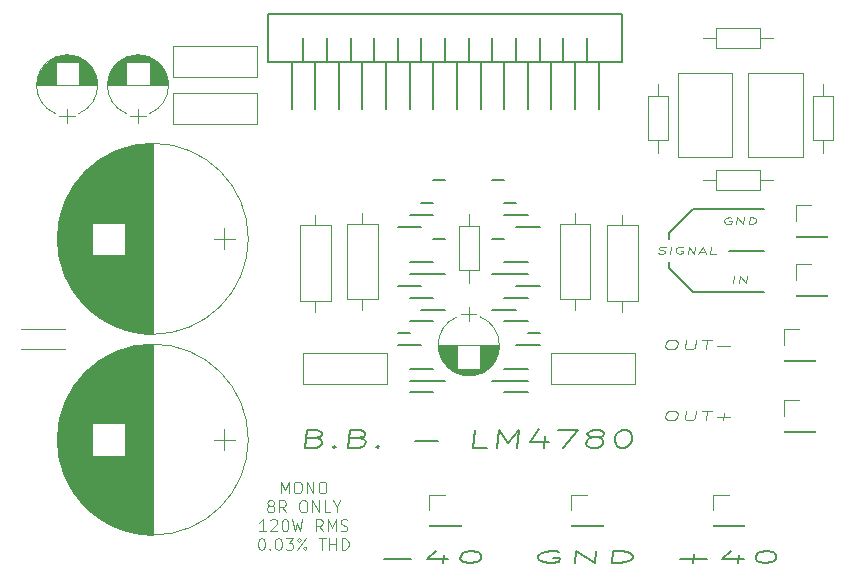
<source format=gto>
G04 #@! TF.FileFunction,Legend,Top*
%FSLAX46Y46*%
G04 Gerber Fmt 4.6, Leading zero omitted, Abs format (unit mm)*
G04 Created by KiCad (PCBNEW 4.0.6) date 07/11/17 15:01:39*
%MOMM*%
%LPD*%
G01*
G04 APERTURE LIST*
%ADD10C,0.100000*%
%ADD11C,0.200000*%
%ADD12C,0.150000*%
%ADD13C,0.120000*%
G04 APERTURE END LIST*
D10*
D11*
X139000000Y-92000000D02*
X142000000Y-92000000D01*
X134000000Y-93500000D02*
X134000000Y-93000000D01*
X136000000Y-95500000D02*
X134000000Y-93500000D01*
X142000000Y-95500000D02*
X136000000Y-95500000D01*
X134000000Y-90500000D02*
X134000000Y-91000000D01*
X136000000Y-88500000D02*
X134000000Y-90500000D01*
X142000000Y-88500000D02*
X136000000Y-88500000D01*
D10*
X133063691Y-92242857D02*
X133202976Y-92271429D01*
X133441072Y-92271429D01*
X133539882Y-92242857D01*
X133591072Y-92214286D01*
X133645834Y-92157143D01*
X133652977Y-92100000D01*
X133612501Y-92042857D01*
X133568453Y-92014286D01*
X133476787Y-91985714D01*
X133289881Y-91957143D01*
X133198215Y-91928571D01*
X133154167Y-91900000D01*
X133113691Y-91842857D01*
X133120834Y-91785714D01*
X133175596Y-91728571D01*
X133226786Y-91700000D01*
X133325595Y-91671429D01*
X133563691Y-91671429D01*
X133702977Y-91700000D01*
X134060119Y-92271429D02*
X134135119Y-91671429D01*
X135131548Y-91700000D02*
X135039881Y-91671429D01*
X134897024Y-91671429D01*
X134750595Y-91700000D01*
X134648214Y-91757143D01*
X134593452Y-91814286D01*
X134531548Y-91928571D01*
X134520833Y-92014286D01*
X134554167Y-92128571D01*
X134594643Y-92185714D01*
X134682738Y-92242857D01*
X134822024Y-92271429D01*
X134917262Y-92271429D01*
X135063691Y-92242857D01*
X135114881Y-92214286D01*
X135139881Y-92014286D01*
X134949405Y-92014286D01*
X135536309Y-92271429D02*
X135611309Y-91671429D01*
X136107738Y-92271429D01*
X136182738Y-91671429D01*
X136557738Y-92100000D02*
X137033929Y-92100000D01*
X136441071Y-92271429D02*
X136849404Y-91671429D01*
X137107738Y-92271429D01*
X137917262Y-92271429D02*
X137441071Y-92271429D01*
X137516071Y-91671429D01*
X101095238Y-112552381D02*
X101095238Y-111552381D01*
X101428572Y-112266667D01*
X101761905Y-111552381D01*
X101761905Y-112552381D01*
X102428571Y-111552381D02*
X102619048Y-111552381D01*
X102714286Y-111600000D01*
X102809524Y-111695238D01*
X102857143Y-111885714D01*
X102857143Y-112219048D01*
X102809524Y-112409524D01*
X102714286Y-112504762D01*
X102619048Y-112552381D01*
X102428571Y-112552381D01*
X102333333Y-112504762D01*
X102238095Y-112409524D01*
X102190476Y-112219048D01*
X102190476Y-111885714D01*
X102238095Y-111695238D01*
X102333333Y-111600000D01*
X102428571Y-111552381D01*
X103285714Y-112552381D02*
X103285714Y-111552381D01*
X103857143Y-112552381D01*
X103857143Y-111552381D01*
X104523809Y-111552381D02*
X104714286Y-111552381D01*
X104809524Y-111600000D01*
X104904762Y-111695238D01*
X104952381Y-111885714D01*
X104952381Y-112219048D01*
X104904762Y-112409524D01*
X104809524Y-112504762D01*
X104714286Y-112552381D01*
X104523809Y-112552381D01*
X104428571Y-112504762D01*
X104333333Y-112409524D01*
X104285714Y-112219048D01*
X104285714Y-111885714D01*
X104333333Y-111695238D01*
X104428571Y-111600000D01*
X104523809Y-111552381D01*
X100142857Y-113580952D02*
X100047619Y-113533333D01*
X100000000Y-113485714D01*
X99952381Y-113390476D01*
X99952381Y-113342857D01*
X100000000Y-113247619D01*
X100047619Y-113200000D01*
X100142857Y-113152381D01*
X100333334Y-113152381D01*
X100428572Y-113200000D01*
X100476191Y-113247619D01*
X100523810Y-113342857D01*
X100523810Y-113390476D01*
X100476191Y-113485714D01*
X100428572Y-113533333D01*
X100333334Y-113580952D01*
X100142857Y-113580952D01*
X100047619Y-113628571D01*
X100000000Y-113676190D01*
X99952381Y-113771429D01*
X99952381Y-113961905D01*
X100000000Y-114057143D01*
X100047619Y-114104762D01*
X100142857Y-114152381D01*
X100333334Y-114152381D01*
X100428572Y-114104762D01*
X100476191Y-114057143D01*
X100523810Y-113961905D01*
X100523810Y-113771429D01*
X100476191Y-113676190D01*
X100428572Y-113628571D01*
X100333334Y-113580952D01*
X101523810Y-114152381D02*
X101190476Y-113676190D01*
X100952381Y-114152381D02*
X100952381Y-113152381D01*
X101333334Y-113152381D01*
X101428572Y-113200000D01*
X101476191Y-113247619D01*
X101523810Y-113342857D01*
X101523810Y-113485714D01*
X101476191Y-113580952D01*
X101428572Y-113628571D01*
X101333334Y-113676190D01*
X100952381Y-113676190D01*
X102904762Y-113152381D02*
X103095239Y-113152381D01*
X103190477Y-113200000D01*
X103285715Y-113295238D01*
X103333334Y-113485714D01*
X103333334Y-113819048D01*
X103285715Y-114009524D01*
X103190477Y-114104762D01*
X103095239Y-114152381D01*
X102904762Y-114152381D01*
X102809524Y-114104762D01*
X102714286Y-114009524D01*
X102666667Y-113819048D01*
X102666667Y-113485714D01*
X102714286Y-113295238D01*
X102809524Y-113200000D01*
X102904762Y-113152381D01*
X103761905Y-114152381D02*
X103761905Y-113152381D01*
X104333334Y-114152381D01*
X104333334Y-113152381D01*
X105285715Y-114152381D02*
X104809524Y-114152381D01*
X104809524Y-113152381D01*
X105809524Y-113676190D02*
X105809524Y-114152381D01*
X105476191Y-113152381D02*
X105809524Y-113676190D01*
X106142858Y-113152381D01*
X99833334Y-115752381D02*
X99261905Y-115752381D01*
X99547619Y-115752381D02*
X99547619Y-114752381D01*
X99452381Y-114895238D01*
X99357143Y-114990476D01*
X99261905Y-115038095D01*
X100214286Y-114847619D02*
X100261905Y-114800000D01*
X100357143Y-114752381D01*
X100595239Y-114752381D01*
X100690477Y-114800000D01*
X100738096Y-114847619D01*
X100785715Y-114942857D01*
X100785715Y-115038095D01*
X100738096Y-115180952D01*
X100166667Y-115752381D01*
X100785715Y-115752381D01*
X101404762Y-114752381D02*
X101500001Y-114752381D01*
X101595239Y-114800000D01*
X101642858Y-114847619D01*
X101690477Y-114942857D01*
X101738096Y-115133333D01*
X101738096Y-115371429D01*
X101690477Y-115561905D01*
X101642858Y-115657143D01*
X101595239Y-115704762D01*
X101500001Y-115752381D01*
X101404762Y-115752381D01*
X101309524Y-115704762D01*
X101261905Y-115657143D01*
X101214286Y-115561905D01*
X101166667Y-115371429D01*
X101166667Y-115133333D01*
X101214286Y-114942857D01*
X101261905Y-114847619D01*
X101309524Y-114800000D01*
X101404762Y-114752381D01*
X102071429Y-114752381D02*
X102309524Y-115752381D01*
X102500001Y-115038095D01*
X102690477Y-115752381D01*
X102928572Y-114752381D01*
X104642858Y-115752381D02*
X104309524Y-115276190D01*
X104071429Y-115752381D02*
X104071429Y-114752381D01*
X104452382Y-114752381D01*
X104547620Y-114800000D01*
X104595239Y-114847619D01*
X104642858Y-114942857D01*
X104642858Y-115085714D01*
X104595239Y-115180952D01*
X104547620Y-115228571D01*
X104452382Y-115276190D01*
X104071429Y-115276190D01*
X105071429Y-115752381D02*
X105071429Y-114752381D01*
X105404763Y-115466667D01*
X105738096Y-114752381D01*
X105738096Y-115752381D01*
X106166667Y-115704762D02*
X106309524Y-115752381D01*
X106547620Y-115752381D01*
X106642858Y-115704762D01*
X106690477Y-115657143D01*
X106738096Y-115561905D01*
X106738096Y-115466667D01*
X106690477Y-115371429D01*
X106642858Y-115323810D01*
X106547620Y-115276190D01*
X106357143Y-115228571D01*
X106261905Y-115180952D01*
X106214286Y-115133333D01*
X106166667Y-115038095D01*
X106166667Y-114942857D01*
X106214286Y-114847619D01*
X106261905Y-114800000D01*
X106357143Y-114752381D01*
X106595239Y-114752381D01*
X106738096Y-114800000D01*
X99404762Y-116352381D02*
X99500001Y-116352381D01*
X99595239Y-116400000D01*
X99642858Y-116447619D01*
X99690477Y-116542857D01*
X99738096Y-116733333D01*
X99738096Y-116971429D01*
X99690477Y-117161905D01*
X99642858Y-117257143D01*
X99595239Y-117304762D01*
X99500001Y-117352381D01*
X99404762Y-117352381D01*
X99309524Y-117304762D01*
X99261905Y-117257143D01*
X99214286Y-117161905D01*
X99166667Y-116971429D01*
X99166667Y-116733333D01*
X99214286Y-116542857D01*
X99261905Y-116447619D01*
X99309524Y-116400000D01*
X99404762Y-116352381D01*
X100166667Y-117257143D02*
X100214286Y-117304762D01*
X100166667Y-117352381D01*
X100119048Y-117304762D01*
X100166667Y-117257143D01*
X100166667Y-117352381D01*
X100833333Y-116352381D02*
X100928572Y-116352381D01*
X101023810Y-116400000D01*
X101071429Y-116447619D01*
X101119048Y-116542857D01*
X101166667Y-116733333D01*
X101166667Y-116971429D01*
X101119048Y-117161905D01*
X101071429Y-117257143D01*
X101023810Y-117304762D01*
X100928572Y-117352381D01*
X100833333Y-117352381D01*
X100738095Y-117304762D01*
X100690476Y-117257143D01*
X100642857Y-117161905D01*
X100595238Y-116971429D01*
X100595238Y-116733333D01*
X100642857Y-116542857D01*
X100690476Y-116447619D01*
X100738095Y-116400000D01*
X100833333Y-116352381D01*
X101500000Y-116352381D02*
X102119048Y-116352381D01*
X101785714Y-116733333D01*
X101928572Y-116733333D01*
X102023810Y-116780952D01*
X102071429Y-116828571D01*
X102119048Y-116923810D01*
X102119048Y-117161905D01*
X102071429Y-117257143D01*
X102023810Y-117304762D01*
X101928572Y-117352381D01*
X101642857Y-117352381D01*
X101547619Y-117304762D01*
X101500000Y-117257143D01*
X102500000Y-117352381D02*
X103261905Y-116352381D01*
X102642857Y-116352381D02*
X102738095Y-116400000D01*
X102785714Y-116495238D01*
X102738095Y-116590476D01*
X102642857Y-116638095D01*
X102547619Y-116590476D01*
X102500000Y-116495238D01*
X102547619Y-116400000D01*
X102642857Y-116352381D01*
X103214286Y-117304762D02*
X103261905Y-117209524D01*
X103214286Y-117114286D01*
X103119048Y-117066667D01*
X103023810Y-117114286D01*
X102976191Y-117209524D01*
X103023810Y-117304762D01*
X103119048Y-117352381D01*
X103214286Y-117304762D01*
X104309524Y-116352381D02*
X104880953Y-116352381D01*
X104595238Y-117352381D02*
X104595238Y-116352381D01*
X105214286Y-117352381D02*
X105214286Y-116352381D01*
X105214286Y-116828571D02*
X105785715Y-116828571D01*
X105785715Y-117352381D02*
X105785715Y-116352381D01*
X106261905Y-117352381D02*
X106261905Y-116352381D01*
X106500000Y-116352381D01*
X106642858Y-116400000D01*
X106738096Y-116495238D01*
X106785715Y-116590476D01*
X106833334Y-116780952D01*
X106833334Y-116923810D01*
X106785715Y-117114286D01*
X106738096Y-117209524D01*
X106642858Y-117304762D01*
X106500000Y-117352381D01*
X106261905Y-117352381D01*
D11*
X124651786Y-117500000D02*
X124372024Y-117452381D01*
X123943453Y-117452381D01*
X123508929Y-117500000D01*
X123211310Y-117595238D01*
X123056549Y-117690476D01*
X122889882Y-117880952D01*
X122872025Y-118023810D01*
X122991072Y-118214286D01*
X123122025Y-118309524D01*
X123395834Y-118404762D01*
X123818453Y-118452381D01*
X124104167Y-118452381D01*
X124538691Y-118404762D01*
X124687500Y-118357143D01*
X124729167Y-118023810D01*
X124157739Y-118023810D01*
X125961310Y-118452381D02*
X126086310Y-117452381D01*
X127675595Y-118452381D01*
X127800595Y-117452381D01*
X129104167Y-118452381D02*
X129229167Y-117452381D01*
X129943452Y-117452381D01*
X130366072Y-117500000D01*
X130639881Y-117595238D01*
X130770834Y-117690476D01*
X130889881Y-117880952D01*
X130872024Y-118023810D01*
X130705357Y-118214286D01*
X130550596Y-118309524D01*
X130252977Y-118404762D01*
X129818452Y-118452381D01*
X129104167Y-118452381D01*
X134866071Y-118071429D02*
X137151785Y-118071429D01*
X135961309Y-118452381D02*
X136056548Y-117690476D01*
X139901786Y-117785714D02*
X139818452Y-118452381D01*
X139235119Y-117404762D02*
X138431548Y-118119048D01*
X140288690Y-118119048D01*
X142086309Y-117452381D02*
X142372024Y-117452381D01*
X142651786Y-117500000D01*
X142788691Y-117547619D01*
X142919643Y-117642857D01*
X143038690Y-117833333D01*
X143008928Y-118071429D01*
X142842262Y-118261905D01*
X142687500Y-118357143D01*
X142538691Y-118404762D01*
X142247024Y-118452381D01*
X141961309Y-118452381D01*
X141681548Y-118404762D01*
X141544643Y-118357143D01*
X141413691Y-118261905D01*
X141294643Y-118071429D01*
X141324405Y-117833333D01*
X141491072Y-117642857D01*
X141645834Y-117547619D01*
X141794643Y-117500000D01*
X142086309Y-117452381D01*
X109866071Y-118071429D02*
X112151785Y-118071429D01*
X114901786Y-117785714D02*
X114818452Y-118452381D01*
X114235119Y-117404762D02*
X113431548Y-118119048D01*
X115288690Y-118119048D01*
X117086309Y-117452381D02*
X117372024Y-117452381D01*
X117651786Y-117500000D01*
X117788691Y-117547619D01*
X117919643Y-117642857D01*
X118038690Y-117833333D01*
X118008928Y-118071429D01*
X117842262Y-118261905D01*
X117687500Y-118357143D01*
X117538691Y-118404762D01*
X117247024Y-118452381D01*
X116961309Y-118452381D01*
X116681548Y-118404762D01*
X116544643Y-118357143D01*
X116413691Y-118261905D01*
X116294643Y-118071429D01*
X116324405Y-117833333D01*
X116491072Y-117642857D01*
X116645834Y-117547619D01*
X116794643Y-117500000D01*
X117086309Y-117452381D01*
D12*
X104034227Y-107892857D02*
X104382441Y-107964286D01*
X104492561Y-108035714D01*
X104593752Y-108178571D01*
X104566966Y-108392857D01*
X104430061Y-108535714D01*
X104302084Y-108607143D01*
X104055061Y-108678571D01*
X103102680Y-108678571D01*
X103290180Y-107178571D01*
X104123513Y-107178571D01*
X104352680Y-107250000D01*
X104462798Y-107321429D01*
X104563989Y-107464286D01*
X104546132Y-107607143D01*
X104409227Y-107750000D01*
X104281251Y-107821429D01*
X104034227Y-107892857D01*
X103200894Y-107892857D01*
X105620537Y-108535714D02*
X105730656Y-108607143D01*
X105602680Y-108678571D01*
X105492560Y-108607143D01*
X105620537Y-108535714D01*
X105602680Y-108678571D01*
X107724703Y-107892857D02*
X108072917Y-107964286D01*
X108183037Y-108035714D01*
X108284228Y-108178571D01*
X108257442Y-108392857D01*
X108120537Y-108535714D01*
X107992560Y-108607143D01*
X107745537Y-108678571D01*
X106793156Y-108678571D01*
X106980656Y-107178571D01*
X107813989Y-107178571D01*
X108043156Y-107250000D01*
X108153274Y-107321429D01*
X108254465Y-107464286D01*
X108236608Y-107607143D01*
X108099703Y-107750000D01*
X107971727Y-107821429D01*
X107724703Y-107892857D01*
X106891370Y-107892857D01*
X109311013Y-108535714D02*
X109421132Y-108607143D01*
X109293156Y-108678571D01*
X109183036Y-108607143D01*
X109311013Y-108535714D01*
X109293156Y-108678571D01*
X112459822Y-108107143D02*
X114364584Y-108107143D01*
X118578870Y-108678571D02*
X117388394Y-108678571D01*
X117575894Y-107178571D01*
X119412204Y-108678571D02*
X119599704Y-107178571D01*
X120299108Y-108250000D01*
X121266371Y-107178571D01*
X121078871Y-108678571D01*
X123465776Y-107678571D02*
X123340776Y-108678571D01*
X122941966Y-107107143D02*
X122212799Y-108178571D01*
X123760419Y-108178571D01*
X124599704Y-107178571D02*
X126266371Y-107178571D01*
X125007442Y-108678571D01*
X127495536Y-107821429D02*
X127266370Y-107750000D01*
X127156251Y-107678571D01*
X127055060Y-107535714D01*
X127063988Y-107464286D01*
X127200893Y-107321429D01*
X127328870Y-107250000D01*
X127575894Y-107178571D01*
X128052084Y-107178571D01*
X128281251Y-107250000D01*
X128391369Y-107321429D01*
X128492560Y-107464286D01*
X128483632Y-107535714D01*
X128346727Y-107678571D01*
X128218751Y-107750000D01*
X127971726Y-107821429D01*
X127495536Y-107821429D01*
X127248513Y-107892857D01*
X127120536Y-107964286D01*
X126983631Y-108107143D01*
X126947917Y-108392857D01*
X127049108Y-108535714D01*
X127159227Y-108607143D01*
X127388394Y-108678571D01*
X127864584Y-108678571D01*
X128111608Y-108607143D01*
X128239584Y-108535714D01*
X128376489Y-108392857D01*
X128412203Y-108107143D01*
X128311012Y-107964286D01*
X128200894Y-107892857D01*
X127971726Y-107821429D01*
X130075894Y-107178571D02*
X130313989Y-107178571D01*
X130543155Y-107250000D01*
X130653274Y-107321429D01*
X130754464Y-107464286D01*
X130837798Y-107750000D01*
X130793155Y-108107143D01*
X130638393Y-108392857D01*
X130501489Y-108535714D01*
X130373512Y-108607143D01*
X130126489Y-108678571D01*
X129888394Y-108678571D01*
X129659226Y-108607143D01*
X129549108Y-108535714D01*
X129447917Y-108392857D01*
X129364583Y-108107143D01*
X129409226Y-107750000D01*
X129563988Y-107464286D01*
X129700893Y-107321429D01*
X129828869Y-107250000D01*
X130075894Y-107178571D01*
D11*
X120000000Y-104000000D02*
X122000000Y-104000000D01*
X119000000Y-103000000D02*
X122000000Y-103000000D01*
X120000000Y-102000000D02*
X122000000Y-102000000D01*
X121000000Y-100000000D02*
X123000000Y-100000000D01*
X122000000Y-99000000D02*
X123000000Y-99000000D01*
X120000000Y-98000000D02*
X122000000Y-98000000D01*
X121000000Y-97000000D02*
X119000000Y-97000000D01*
X120000000Y-96000000D02*
X122000000Y-96000000D01*
X121000000Y-95000000D02*
X123000000Y-95000000D01*
X119000000Y-94000000D02*
X122000000Y-94000000D01*
X120000000Y-93000000D02*
X122000000Y-93000000D01*
X119000000Y-91000000D02*
X120000000Y-91000000D01*
X121000000Y-90000000D02*
X123000000Y-90000000D01*
X120000000Y-89000000D02*
X122000000Y-89000000D01*
X120000000Y-88000000D02*
X121000000Y-88000000D01*
X119000000Y-86000000D02*
X120000000Y-86000000D01*
X114000000Y-86000000D02*
X115000000Y-86000000D01*
X113000000Y-88000000D02*
X114000000Y-88000000D01*
X112000000Y-89000000D02*
X114000000Y-89000000D01*
X111000000Y-90000000D02*
X113000000Y-90000000D01*
X114000000Y-91000000D02*
X115000000Y-91000000D01*
X112000000Y-93000000D02*
X114000000Y-93000000D01*
X112000000Y-94000000D02*
X115000000Y-94000000D01*
X111000000Y-95000000D02*
X113000000Y-95000000D01*
X114000000Y-96000000D02*
X112000000Y-96000000D01*
X113000000Y-97000000D02*
X115000000Y-97000000D01*
X112000000Y-98000000D02*
X114000000Y-98000000D01*
X111000000Y-99000000D02*
X112000000Y-99000000D01*
X111000000Y-100000000D02*
X113000000Y-100000000D01*
X114000000Y-102000000D02*
X112000000Y-102000000D01*
X112000000Y-103000000D02*
X115000000Y-103000000D01*
X112000000Y-104000000D02*
X114000000Y-104000000D01*
D13*
X144670000Y-95770000D02*
X144670000Y-95830000D01*
X144670000Y-95830000D02*
X147330000Y-95830000D01*
X147330000Y-95830000D02*
X147330000Y-95770000D01*
X147330000Y-95770000D02*
X144670000Y-95770000D01*
X144670000Y-94500000D02*
X144670000Y-93170000D01*
X144670000Y-93170000D02*
X146000000Y-93170000D01*
X119550000Y-100000000D02*
X114450000Y-100000000D01*
X119550000Y-100040000D02*
X117980000Y-100040000D01*
X116020000Y-100040000D02*
X114450000Y-100040000D01*
X119549000Y-100080000D02*
X117980000Y-100080000D01*
X116020000Y-100080000D02*
X114451000Y-100080000D01*
X119548000Y-100120000D02*
X117980000Y-100120000D01*
X116020000Y-100120000D02*
X114452000Y-100120000D01*
X119546000Y-100160000D02*
X117980000Y-100160000D01*
X116020000Y-100160000D02*
X114454000Y-100160000D01*
X119543000Y-100200000D02*
X117980000Y-100200000D01*
X116020000Y-100200000D02*
X114457000Y-100200000D01*
X119539000Y-100240000D02*
X117980000Y-100240000D01*
X116020000Y-100240000D02*
X114461000Y-100240000D01*
X119535000Y-100280000D02*
X117980000Y-100280000D01*
X116020000Y-100280000D02*
X114465000Y-100280000D01*
X119531000Y-100320000D02*
X117980000Y-100320000D01*
X116020000Y-100320000D02*
X114469000Y-100320000D01*
X119525000Y-100360000D02*
X117980000Y-100360000D01*
X116020000Y-100360000D02*
X114475000Y-100360000D01*
X119519000Y-100400000D02*
X117980000Y-100400000D01*
X116020000Y-100400000D02*
X114481000Y-100400000D01*
X119513000Y-100440000D02*
X117980000Y-100440000D01*
X116020000Y-100440000D02*
X114487000Y-100440000D01*
X119506000Y-100480000D02*
X117980000Y-100480000D01*
X116020000Y-100480000D02*
X114494000Y-100480000D01*
X119498000Y-100520000D02*
X117980000Y-100520000D01*
X116020000Y-100520000D02*
X114502000Y-100520000D01*
X119489000Y-100560000D02*
X117980000Y-100560000D01*
X116020000Y-100560000D02*
X114511000Y-100560000D01*
X119480000Y-100600000D02*
X117980000Y-100600000D01*
X116020000Y-100600000D02*
X114520000Y-100600000D01*
X119470000Y-100640000D02*
X117980000Y-100640000D01*
X116020000Y-100640000D02*
X114530000Y-100640000D01*
X119460000Y-100680000D02*
X117980000Y-100680000D01*
X116020000Y-100680000D02*
X114540000Y-100680000D01*
X119448000Y-100721000D02*
X117980000Y-100721000D01*
X116020000Y-100721000D02*
X114552000Y-100721000D01*
X119436000Y-100761000D02*
X117980000Y-100761000D01*
X116020000Y-100761000D02*
X114564000Y-100761000D01*
X119424000Y-100801000D02*
X117980000Y-100801000D01*
X116020000Y-100801000D02*
X114576000Y-100801000D01*
X119410000Y-100841000D02*
X117980000Y-100841000D01*
X116020000Y-100841000D02*
X114590000Y-100841000D01*
X119396000Y-100881000D02*
X117980000Y-100881000D01*
X116020000Y-100881000D02*
X114604000Y-100881000D01*
X119382000Y-100921000D02*
X117980000Y-100921000D01*
X116020000Y-100921000D02*
X114618000Y-100921000D01*
X119366000Y-100961000D02*
X117980000Y-100961000D01*
X116020000Y-100961000D02*
X114634000Y-100961000D01*
X119350000Y-101001000D02*
X117980000Y-101001000D01*
X116020000Y-101001000D02*
X114650000Y-101001000D01*
X119333000Y-101041000D02*
X117980000Y-101041000D01*
X116020000Y-101041000D02*
X114667000Y-101041000D01*
X119315000Y-101081000D02*
X117980000Y-101081000D01*
X116020000Y-101081000D02*
X114685000Y-101081000D01*
X119296000Y-101121000D02*
X117980000Y-101121000D01*
X116020000Y-101121000D02*
X114704000Y-101121000D01*
X119276000Y-101161000D02*
X117980000Y-101161000D01*
X116020000Y-101161000D02*
X114724000Y-101161000D01*
X119256000Y-101201000D02*
X117980000Y-101201000D01*
X116020000Y-101201000D02*
X114744000Y-101201000D01*
X119234000Y-101241000D02*
X117980000Y-101241000D01*
X116020000Y-101241000D02*
X114766000Y-101241000D01*
X119212000Y-101281000D02*
X117980000Y-101281000D01*
X116020000Y-101281000D02*
X114788000Y-101281000D01*
X119189000Y-101321000D02*
X117980000Y-101321000D01*
X116020000Y-101321000D02*
X114811000Y-101321000D01*
X119165000Y-101361000D02*
X117980000Y-101361000D01*
X116020000Y-101361000D02*
X114835000Y-101361000D01*
X119140000Y-101401000D02*
X117980000Y-101401000D01*
X116020000Y-101401000D02*
X114860000Y-101401000D01*
X119113000Y-101441000D02*
X117980000Y-101441000D01*
X116020000Y-101441000D02*
X114887000Y-101441000D01*
X119086000Y-101481000D02*
X117980000Y-101481000D01*
X116020000Y-101481000D02*
X114914000Y-101481000D01*
X119058000Y-101521000D02*
X117980000Y-101521000D01*
X116020000Y-101521000D02*
X114942000Y-101521000D01*
X119028000Y-101561000D02*
X117980000Y-101561000D01*
X116020000Y-101561000D02*
X114972000Y-101561000D01*
X118997000Y-101601000D02*
X117980000Y-101601000D01*
X116020000Y-101601000D02*
X115003000Y-101601000D01*
X118965000Y-101641000D02*
X117980000Y-101641000D01*
X116020000Y-101641000D02*
X115035000Y-101641000D01*
X118932000Y-101681000D02*
X117980000Y-101681000D01*
X116020000Y-101681000D02*
X115068000Y-101681000D01*
X118897000Y-101721000D02*
X117980000Y-101721000D01*
X116020000Y-101721000D02*
X115103000Y-101721000D01*
X118861000Y-101761000D02*
X117980000Y-101761000D01*
X116020000Y-101761000D02*
X115139000Y-101761000D01*
X118823000Y-101801000D02*
X117980000Y-101801000D01*
X116020000Y-101801000D02*
X115177000Y-101801000D01*
X118783000Y-101841000D02*
X117980000Y-101841000D01*
X116020000Y-101841000D02*
X115217000Y-101841000D01*
X118742000Y-101881000D02*
X117980000Y-101881000D01*
X116020000Y-101881000D02*
X115258000Y-101881000D01*
X118699000Y-101921000D02*
X117980000Y-101921000D01*
X116020000Y-101921000D02*
X115301000Y-101921000D01*
X118654000Y-101961000D02*
X117980000Y-101961000D01*
X116020000Y-101961000D02*
X115346000Y-101961000D01*
X118606000Y-102001000D02*
X115394000Y-102001000D01*
X118556000Y-102041000D02*
X115444000Y-102041000D01*
X118504000Y-102081000D02*
X115496000Y-102081000D01*
X118448000Y-102121000D02*
X115552000Y-102121000D01*
X118390000Y-102161000D02*
X115610000Y-102161000D01*
X118327000Y-102201000D02*
X115673000Y-102201000D01*
X118261000Y-102241000D02*
X115739000Y-102241000D01*
X118189000Y-102281000D02*
X115811000Y-102281000D01*
X118112000Y-102321000D02*
X115888000Y-102321000D01*
X118028000Y-102361000D02*
X115972000Y-102361000D01*
X117934000Y-102401000D02*
X116066000Y-102401000D01*
X117829000Y-102441000D02*
X116171000Y-102441000D01*
X117707000Y-102481000D02*
X116293000Y-102481000D01*
X117559000Y-102521000D02*
X116441000Y-102521000D01*
X117354000Y-102561000D02*
X116646000Y-102561000D01*
X117000000Y-96800000D02*
X117000000Y-98000000D01*
X117650000Y-97400000D02*
X116350000Y-97400000D01*
X117981400Y-102396863D02*
G75*
G03X117980000Y-97602564I-981400J2396863D01*
G01*
X116018600Y-102396863D02*
G75*
G02X116020000Y-97602564I981400J2396863D01*
G01*
X116018600Y-102396863D02*
G75*
G03X117980000Y-102397436I981400J2396863D01*
G01*
X134690000Y-84060000D02*
X134690000Y-76940000D01*
X139310000Y-84060000D02*
X139310000Y-76940000D01*
X134690000Y-84060000D02*
X139310000Y-84060000D01*
X134690000Y-76940000D02*
X139310000Y-76940000D01*
X145310000Y-76940000D02*
X145310000Y-84060000D01*
X140690000Y-76940000D02*
X140690000Y-84060000D01*
X145310000Y-76940000D02*
X140690000Y-76940000D01*
X145310000Y-84060000D02*
X140690000Y-84060000D01*
X99060000Y-81310000D02*
X91940000Y-81310000D01*
X99060000Y-78690000D02*
X91940000Y-78690000D01*
X99060000Y-81310000D02*
X99060000Y-78690000D01*
X91940000Y-81310000D02*
X91940000Y-78690000D01*
X99060000Y-77310000D02*
X91940000Y-77310000D01*
X99060000Y-74690000D02*
X91940000Y-74690000D01*
X99060000Y-77310000D02*
X99060000Y-74690000D01*
X91940000Y-77310000D02*
X91940000Y-74690000D01*
X86450000Y-78000000D02*
X91550000Y-78000000D01*
X86450000Y-77960000D02*
X88020000Y-77960000D01*
X89980000Y-77960000D02*
X91550000Y-77960000D01*
X86451000Y-77920000D02*
X88020000Y-77920000D01*
X89980000Y-77920000D02*
X91549000Y-77920000D01*
X86452000Y-77880000D02*
X88020000Y-77880000D01*
X89980000Y-77880000D02*
X91548000Y-77880000D01*
X86454000Y-77840000D02*
X88020000Y-77840000D01*
X89980000Y-77840000D02*
X91546000Y-77840000D01*
X86457000Y-77800000D02*
X88020000Y-77800000D01*
X89980000Y-77800000D02*
X91543000Y-77800000D01*
X86461000Y-77760000D02*
X88020000Y-77760000D01*
X89980000Y-77760000D02*
X91539000Y-77760000D01*
X86465000Y-77720000D02*
X88020000Y-77720000D01*
X89980000Y-77720000D02*
X91535000Y-77720000D01*
X86469000Y-77680000D02*
X88020000Y-77680000D01*
X89980000Y-77680000D02*
X91531000Y-77680000D01*
X86475000Y-77640000D02*
X88020000Y-77640000D01*
X89980000Y-77640000D02*
X91525000Y-77640000D01*
X86481000Y-77600000D02*
X88020000Y-77600000D01*
X89980000Y-77600000D02*
X91519000Y-77600000D01*
X86487000Y-77560000D02*
X88020000Y-77560000D01*
X89980000Y-77560000D02*
X91513000Y-77560000D01*
X86494000Y-77520000D02*
X88020000Y-77520000D01*
X89980000Y-77520000D02*
X91506000Y-77520000D01*
X86502000Y-77480000D02*
X88020000Y-77480000D01*
X89980000Y-77480000D02*
X91498000Y-77480000D01*
X86511000Y-77440000D02*
X88020000Y-77440000D01*
X89980000Y-77440000D02*
X91489000Y-77440000D01*
X86520000Y-77400000D02*
X88020000Y-77400000D01*
X89980000Y-77400000D02*
X91480000Y-77400000D01*
X86530000Y-77360000D02*
X88020000Y-77360000D01*
X89980000Y-77360000D02*
X91470000Y-77360000D01*
X86540000Y-77320000D02*
X88020000Y-77320000D01*
X89980000Y-77320000D02*
X91460000Y-77320000D01*
X86552000Y-77279000D02*
X88020000Y-77279000D01*
X89980000Y-77279000D02*
X91448000Y-77279000D01*
X86564000Y-77239000D02*
X88020000Y-77239000D01*
X89980000Y-77239000D02*
X91436000Y-77239000D01*
X86576000Y-77199000D02*
X88020000Y-77199000D01*
X89980000Y-77199000D02*
X91424000Y-77199000D01*
X86590000Y-77159000D02*
X88020000Y-77159000D01*
X89980000Y-77159000D02*
X91410000Y-77159000D01*
X86604000Y-77119000D02*
X88020000Y-77119000D01*
X89980000Y-77119000D02*
X91396000Y-77119000D01*
X86618000Y-77079000D02*
X88020000Y-77079000D01*
X89980000Y-77079000D02*
X91382000Y-77079000D01*
X86634000Y-77039000D02*
X88020000Y-77039000D01*
X89980000Y-77039000D02*
X91366000Y-77039000D01*
X86650000Y-76999000D02*
X88020000Y-76999000D01*
X89980000Y-76999000D02*
X91350000Y-76999000D01*
X86667000Y-76959000D02*
X88020000Y-76959000D01*
X89980000Y-76959000D02*
X91333000Y-76959000D01*
X86685000Y-76919000D02*
X88020000Y-76919000D01*
X89980000Y-76919000D02*
X91315000Y-76919000D01*
X86704000Y-76879000D02*
X88020000Y-76879000D01*
X89980000Y-76879000D02*
X91296000Y-76879000D01*
X86724000Y-76839000D02*
X88020000Y-76839000D01*
X89980000Y-76839000D02*
X91276000Y-76839000D01*
X86744000Y-76799000D02*
X88020000Y-76799000D01*
X89980000Y-76799000D02*
X91256000Y-76799000D01*
X86766000Y-76759000D02*
X88020000Y-76759000D01*
X89980000Y-76759000D02*
X91234000Y-76759000D01*
X86788000Y-76719000D02*
X88020000Y-76719000D01*
X89980000Y-76719000D02*
X91212000Y-76719000D01*
X86811000Y-76679000D02*
X88020000Y-76679000D01*
X89980000Y-76679000D02*
X91189000Y-76679000D01*
X86835000Y-76639000D02*
X88020000Y-76639000D01*
X89980000Y-76639000D02*
X91165000Y-76639000D01*
X86860000Y-76599000D02*
X88020000Y-76599000D01*
X89980000Y-76599000D02*
X91140000Y-76599000D01*
X86887000Y-76559000D02*
X88020000Y-76559000D01*
X89980000Y-76559000D02*
X91113000Y-76559000D01*
X86914000Y-76519000D02*
X88020000Y-76519000D01*
X89980000Y-76519000D02*
X91086000Y-76519000D01*
X86942000Y-76479000D02*
X88020000Y-76479000D01*
X89980000Y-76479000D02*
X91058000Y-76479000D01*
X86972000Y-76439000D02*
X88020000Y-76439000D01*
X89980000Y-76439000D02*
X91028000Y-76439000D01*
X87003000Y-76399000D02*
X88020000Y-76399000D01*
X89980000Y-76399000D02*
X90997000Y-76399000D01*
X87035000Y-76359000D02*
X88020000Y-76359000D01*
X89980000Y-76359000D02*
X90965000Y-76359000D01*
X87068000Y-76319000D02*
X88020000Y-76319000D01*
X89980000Y-76319000D02*
X90932000Y-76319000D01*
X87103000Y-76279000D02*
X88020000Y-76279000D01*
X89980000Y-76279000D02*
X90897000Y-76279000D01*
X87139000Y-76239000D02*
X88020000Y-76239000D01*
X89980000Y-76239000D02*
X90861000Y-76239000D01*
X87177000Y-76199000D02*
X88020000Y-76199000D01*
X89980000Y-76199000D02*
X90823000Y-76199000D01*
X87217000Y-76159000D02*
X88020000Y-76159000D01*
X89980000Y-76159000D02*
X90783000Y-76159000D01*
X87258000Y-76119000D02*
X88020000Y-76119000D01*
X89980000Y-76119000D02*
X90742000Y-76119000D01*
X87301000Y-76079000D02*
X88020000Y-76079000D01*
X89980000Y-76079000D02*
X90699000Y-76079000D01*
X87346000Y-76039000D02*
X88020000Y-76039000D01*
X89980000Y-76039000D02*
X90654000Y-76039000D01*
X87394000Y-75999000D02*
X90606000Y-75999000D01*
X87444000Y-75959000D02*
X90556000Y-75959000D01*
X87496000Y-75919000D02*
X90504000Y-75919000D01*
X87552000Y-75879000D02*
X90448000Y-75879000D01*
X87610000Y-75839000D02*
X90390000Y-75839000D01*
X87673000Y-75799000D02*
X90327000Y-75799000D01*
X87739000Y-75759000D02*
X90261000Y-75759000D01*
X87811000Y-75719000D02*
X90189000Y-75719000D01*
X87888000Y-75679000D02*
X90112000Y-75679000D01*
X87972000Y-75639000D02*
X90028000Y-75639000D01*
X88066000Y-75599000D02*
X89934000Y-75599000D01*
X88171000Y-75559000D02*
X89829000Y-75559000D01*
X88293000Y-75519000D02*
X89707000Y-75519000D01*
X88441000Y-75479000D02*
X89559000Y-75479000D01*
X88646000Y-75439000D02*
X89354000Y-75439000D01*
X89000000Y-81200000D02*
X89000000Y-80000000D01*
X88350000Y-80600000D02*
X89650000Y-80600000D01*
X88018600Y-75603137D02*
G75*
G03X88020000Y-80397436I981400J-2396863D01*
G01*
X89981400Y-75603137D02*
G75*
G02X89980000Y-80397436I-981400J-2396863D01*
G01*
X89981400Y-75603137D02*
G75*
G03X88020000Y-75602564I-981400J-2396863D01*
G01*
X90250000Y-116051000D02*
X90250000Y-99949000D01*
X90210000Y-116050000D02*
X90210000Y-99950000D01*
X90170000Y-116050000D02*
X90170000Y-99950000D01*
X90130000Y-116050000D02*
X90130000Y-99950000D01*
X90090000Y-116049000D02*
X90090000Y-99951000D01*
X90050000Y-116048000D02*
X90050000Y-99952000D01*
X90010000Y-116047000D02*
X90010000Y-99953000D01*
X89970000Y-116046000D02*
X89970000Y-99954000D01*
X89930000Y-116044000D02*
X89930000Y-99956000D01*
X89890000Y-116042000D02*
X89890000Y-99958000D01*
X89850000Y-116041000D02*
X89850000Y-99959000D01*
X89810000Y-116039000D02*
X89810000Y-99961000D01*
X89770000Y-116036000D02*
X89770000Y-99964000D01*
X89730000Y-116034000D02*
X89730000Y-99966000D01*
X89690000Y-116031000D02*
X89690000Y-99969000D01*
X89650000Y-116028000D02*
X89650000Y-99972000D01*
X89610000Y-116025000D02*
X89610000Y-99975000D01*
X89570000Y-116022000D02*
X89570000Y-99978000D01*
X89529000Y-116018000D02*
X89529000Y-99982000D01*
X89489000Y-116015000D02*
X89489000Y-99985000D01*
X89449000Y-116011000D02*
X89449000Y-99989000D01*
X89409000Y-116007000D02*
X89409000Y-99993000D01*
X89369000Y-116002000D02*
X89369000Y-99998000D01*
X89329000Y-115998000D02*
X89329000Y-100002000D01*
X89289000Y-115993000D02*
X89289000Y-100007000D01*
X89249000Y-115988000D02*
X89249000Y-100012000D01*
X89209000Y-115983000D02*
X89209000Y-100017000D01*
X89169000Y-115978000D02*
X89169000Y-100022000D01*
X89129000Y-115973000D02*
X89129000Y-100027000D01*
X89089000Y-115967000D02*
X89089000Y-100033000D01*
X89049000Y-115961000D02*
X89049000Y-100039000D01*
X89009000Y-115955000D02*
X89009000Y-100045000D01*
X88969000Y-115949000D02*
X88969000Y-100051000D01*
X88929000Y-115942000D02*
X88929000Y-100058000D01*
X88889000Y-115935000D02*
X88889000Y-100065000D01*
X88849000Y-115928000D02*
X88849000Y-100072000D01*
X88809000Y-115921000D02*
X88809000Y-100079000D01*
X88769000Y-115914000D02*
X88769000Y-100086000D01*
X88729000Y-115906000D02*
X88729000Y-100094000D01*
X88689000Y-115899000D02*
X88689000Y-100101000D01*
X88649000Y-115891000D02*
X88649000Y-100109000D01*
X88609000Y-115883000D02*
X88609000Y-100117000D01*
X88569000Y-115874000D02*
X88569000Y-100126000D01*
X88529000Y-115866000D02*
X88529000Y-100134000D01*
X88489000Y-115857000D02*
X88489000Y-100143000D01*
X88449000Y-115848000D02*
X88449000Y-100152000D01*
X88409000Y-115838000D02*
X88409000Y-100162000D01*
X88369000Y-115829000D02*
X88369000Y-100171000D01*
X88329000Y-115819000D02*
X88329000Y-100181000D01*
X88289000Y-115809000D02*
X88289000Y-100191000D01*
X88249000Y-115799000D02*
X88249000Y-100201000D01*
X88209000Y-115789000D02*
X88209000Y-100211000D01*
X88169000Y-115779000D02*
X88169000Y-100221000D01*
X88129000Y-115768000D02*
X88129000Y-100232000D01*
X88089000Y-115757000D02*
X88089000Y-100243000D01*
X88049000Y-115746000D02*
X88049000Y-100254000D01*
X88009000Y-115734000D02*
X88009000Y-100266000D01*
X87969000Y-115723000D02*
X87969000Y-100277000D01*
X87929000Y-115711000D02*
X87929000Y-100289000D01*
X87889000Y-115699000D02*
X87889000Y-100301000D01*
X87849000Y-115686000D02*
X87849000Y-109380000D01*
X87849000Y-106620000D02*
X87849000Y-100314000D01*
X87809000Y-115674000D02*
X87809000Y-109380000D01*
X87809000Y-106620000D02*
X87809000Y-100326000D01*
X87769000Y-115661000D02*
X87769000Y-109380000D01*
X87769000Y-106620000D02*
X87769000Y-100339000D01*
X87729000Y-115648000D02*
X87729000Y-109380000D01*
X87729000Y-106620000D02*
X87729000Y-100352000D01*
X87689000Y-115635000D02*
X87689000Y-109380000D01*
X87689000Y-106620000D02*
X87689000Y-100365000D01*
X87649000Y-115621000D02*
X87649000Y-109380000D01*
X87649000Y-106620000D02*
X87649000Y-100379000D01*
X87609000Y-115608000D02*
X87609000Y-109380000D01*
X87609000Y-106620000D02*
X87609000Y-100392000D01*
X87569000Y-115594000D02*
X87569000Y-109380000D01*
X87569000Y-106620000D02*
X87569000Y-100406000D01*
X87529000Y-115580000D02*
X87529000Y-109380000D01*
X87529000Y-106620000D02*
X87529000Y-100420000D01*
X87489000Y-115565000D02*
X87489000Y-109380000D01*
X87489000Y-106620000D02*
X87489000Y-100435000D01*
X87449000Y-115550000D02*
X87449000Y-109380000D01*
X87449000Y-106620000D02*
X87449000Y-100450000D01*
X87409000Y-115536000D02*
X87409000Y-109380000D01*
X87409000Y-106620000D02*
X87409000Y-100464000D01*
X87369000Y-115521000D02*
X87369000Y-109380000D01*
X87369000Y-106620000D02*
X87369000Y-100479000D01*
X87329000Y-115505000D02*
X87329000Y-109380000D01*
X87329000Y-106620000D02*
X87329000Y-100495000D01*
X87289000Y-115490000D02*
X87289000Y-109380000D01*
X87289000Y-106620000D02*
X87289000Y-100510000D01*
X87249000Y-115474000D02*
X87249000Y-109380000D01*
X87249000Y-106620000D02*
X87249000Y-100526000D01*
X87209000Y-115458000D02*
X87209000Y-109380000D01*
X87209000Y-106620000D02*
X87209000Y-100542000D01*
X87169000Y-115441000D02*
X87169000Y-109380000D01*
X87169000Y-106620000D02*
X87169000Y-100559000D01*
X87129000Y-115425000D02*
X87129000Y-109380000D01*
X87129000Y-106620000D02*
X87129000Y-100575000D01*
X87089000Y-115408000D02*
X87089000Y-109380000D01*
X87089000Y-106620000D02*
X87089000Y-100592000D01*
X87049000Y-115391000D02*
X87049000Y-109380000D01*
X87049000Y-106620000D02*
X87049000Y-100609000D01*
X87009000Y-115373000D02*
X87009000Y-109380000D01*
X87009000Y-106620000D02*
X87009000Y-100627000D01*
X86969000Y-115356000D02*
X86969000Y-109380000D01*
X86969000Y-106620000D02*
X86969000Y-100644000D01*
X86929000Y-115338000D02*
X86929000Y-109380000D01*
X86929000Y-106620000D02*
X86929000Y-100662000D01*
X86889000Y-115320000D02*
X86889000Y-109380000D01*
X86889000Y-106620000D02*
X86889000Y-100680000D01*
X86849000Y-115301000D02*
X86849000Y-109380000D01*
X86849000Y-106620000D02*
X86849000Y-100699000D01*
X86809000Y-115283000D02*
X86809000Y-109380000D01*
X86809000Y-106620000D02*
X86809000Y-100717000D01*
X86769000Y-115264000D02*
X86769000Y-109380000D01*
X86769000Y-106620000D02*
X86769000Y-100736000D01*
X86729000Y-115245000D02*
X86729000Y-109380000D01*
X86729000Y-106620000D02*
X86729000Y-100755000D01*
X86689000Y-115225000D02*
X86689000Y-109380000D01*
X86689000Y-106620000D02*
X86689000Y-100775000D01*
X86649000Y-115205000D02*
X86649000Y-109380000D01*
X86649000Y-106620000D02*
X86649000Y-100795000D01*
X86609000Y-115185000D02*
X86609000Y-109380000D01*
X86609000Y-106620000D02*
X86609000Y-100815000D01*
X86569000Y-115165000D02*
X86569000Y-109380000D01*
X86569000Y-106620000D02*
X86569000Y-100835000D01*
X86529000Y-115144000D02*
X86529000Y-109380000D01*
X86529000Y-106620000D02*
X86529000Y-100856000D01*
X86489000Y-115124000D02*
X86489000Y-109380000D01*
X86489000Y-106620000D02*
X86489000Y-100876000D01*
X86449000Y-115102000D02*
X86449000Y-109380000D01*
X86449000Y-106620000D02*
X86449000Y-100898000D01*
X86409000Y-115081000D02*
X86409000Y-109380000D01*
X86409000Y-106620000D02*
X86409000Y-100919000D01*
X86369000Y-115059000D02*
X86369000Y-109380000D01*
X86369000Y-106620000D02*
X86369000Y-100941000D01*
X86329000Y-115037000D02*
X86329000Y-109380000D01*
X86329000Y-106620000D02*
X86329000Y-100963000D01*
X86289000Y-115015000D02*
X86289000Y-109380000D01*
X86289000Y-106620000D02*
X86289000Y-100985000D01*
X86249000Y-114992000D02*
X86249000Y-109380000D01*
X86249000Y-106620000D02*
X86249000Y-101008000D01*
X86209000Y-114970000D02*
X86209000Y-109380000D01*
X86209000Y-106620000D02*
X86209000Y-101030000D01*
X86169000Y-114946000D02*
X86169000Y-109380000D01*
X86169000Y-106620000D02*
X86169000Y-101054000D01*
X86129000Y-114923000D02*
X86129000Y-109380000D01*
X86129000Y-106620000D02*
X86129000Y-101077000D01*
X86089000Y-114899000D02*
X86089000Y-109380000D01*
X86089000Y-106620000D02*
X86089000Y-101101000D01*
X86049000Y-114875000D02*
X86049000Y-109380000D01*
X86049000Y-106620000D02*
X86049000Y-101125000D01*
X86009000Y-114850000D02*
X86009000Y-109380000D01*
X86009000Y-106620000D02*
X86009000Y-101150000D01*
X85969000Y-114826000D02*
X85969000Y-109380000D01*
X85969000Y-106620000D02*
X85969000Y-101174000D01*
X85929000Y-114801000D02*
X85929000Y-109380000D01*
X85929000Y-106620000D02*
X85929000Y-101199000D01*
X85889000Y-114775000D02*
X85889000Y-109380000D01*
X85889000Y-106620000D02*
X85889000Y-101225000D01*
X85849000Y-114749000D02*
X85849000Y-109380000D01*
X85849000Y-106620000D02*
X85849000Y-101251000D01*
X85809000Y-114723000D02*
X85809000Y-109380000D01*
X85809000Y-106620000D02*
X85809000Y-101277000D01*
X85769000Y-114697000D02*
X85769000Y-109380000D01*
X85769000Y-106620000D02*
X85769000Y-101303000D01*
X85729000Y-114670000D02*
X85729000Y-109380000D01*
X85729000Y-106620000D02*
X85729000Y-101330000D01*
X85689000Y-114643000D02*
X85689000Y-109380000D01*
X85689000Y-106620000D02*
X85689000Y-101357000D01*
X85649000Y-114615000D02*
X85649000Y-109380000D01*
X85649000Y-106620000D02*
X85649000Y-101385000D01*
X85609000Y-114588000D02*
X85609000Y-109380000D01*
X85609000Y-106620000D02*
X85609000Y-101412000D01*
X85569000Y-114559000D02*
X85569000Y-109380000D01*
X85569000Y-106620000D02*
X85569000Y-101441000D01*
X85529000Y-114531000D02*
X85529000Y-109380000D01*
X85529000Y-106620000D02*
X85529000Y-101469000D01*
X85489000Y-114502000D02*
X85489000Y-109380000D01*
X85489000Y-106620000D02*
X85489000Y-101498000D01*
X85449000Y-114473000D02*
X85449000Y-109380000D01*
X85449000Y-106620000D02*
X85449000Y-101527000D01*
X85409000Y-114443000D02*
X85409000Y-109380000D01*
X85409000Y-106620000D02*
X85409000Y-101557000D01*
X85369000Y-114413000D02*
X85369000Y-109380000D01*
X85369000Y-106620000D02*
X85369000Y-101587000D01*
X85329000Y-114382000D02*
X85329000Y-109380000D01*
X85329000Y-106620000D02*
X85329000Y-101618000D01*
X85289000Y-114352000D02*
X85289000Y-109380000D01*
X85289000Y-106620000D02*
X85289000Y-101648000D01*
X85249000Y-114320000D02*
X85249000Y-109380000D01*
X85249000Y-106620000D02*
X85249000Y-101680000D01*
X85209000Y-114289000D02*
X85209000Y-109380000D01*
X85209000Y-106620000D02*
X85209000Y-101711000D01*
X85169000Y-114257000D02*
X85169000Y-109380000D01*
X85169000Y-106620000D02*
X85169000Y-101743000D01*
X85129000Y-114224000D02*
X85129000Y-109380000D01*
X85129000Y-106620000D02*
X85129000Y-101776000D01*
X85089000Y-114191000D02*
X85089000Y-101809000D01*
X85049000Y-114158000D02*
X85049000Y-101842000D01*
X85009000Y-114124000D02*
X85009000Y-101876000D01*
X84969000Y-114090000D02*
X84969000Y-101910000D01*
X84929000Y-114055000D02*
X84929000Y-101945000D01*
X84889000Y-114020000D02*
X84889000Y-101980000D01*
X84849000Y-113984000D02*
X84849000Y-102016000D01*
X84809000Y-113948000D02*
X84809000Y-102052000D01*
X84769000Y-113912000D02*
X84769000Y-102088000D01*
X84729000Y-113875000D02*
X84729000Y-102125000D01*
X84689000Y-113837000D02*
X84689000Y-102163000D01*
X84649000Y-113799000D02*
X84649000Y-102201000D01*
X84609000Y-113760000D02*
X84609000Y-102240000D01*
X84569000Y-113721000D02*
X84569000Y-102279000D01*
X84529000Y-113681000D02*
X84529000Y-102319000D01*
X84489000Y-113641000D02*
X84489000Y-102359000D01*
X84449000Y-113600000D02*
X84449000Y-102400000D01*
X84409000Y-113559000D02*
X84409000Y-102441000D01*
X84369000Y-113517000D02*
X84369000Y-102483000D01*
X84329000Y-113474000D02*
X84329000Y-102526000D01*
X84289000Y-113431000D02*
X84289000Y-102569000D01*
X84249000Y-113387000D02*
X84249000Y-102613000D01*
X84209000Y-113343000D02*
X84209000Y-102657000D01*
X84169000Y-113297000D02*
X84169000Y-102703000D01*
X84129000Y-113251000D02*
X84129000Y-102749000D01*
X84089000Y-113205000D02*
X84089000Y-102795000D01*
X84049000Y-113157000D02*
X84049000Y-102843000D01*
X84009000Y-113109000D02*
X84009000Y-102891000D01*
X83969000Y-113060000D02*
X83969000Y-102940000D01*
X83929000Y-113011000D02*
X83929000Y-102989000D01*
X83889000Y-112960000D02*
X83889000Y-103040000D01*
X83849000Y-112909000D02*
X83849000Y-103091000D01*
X83809000Y-112857000D02*
X83809000Y-103143000D01*
X83769000Y-112804000D02*
X83769000Y-103196000D01*
X83729000Y-112750000D02*
X83729000Y-103250000D01*
X83689000Y-112695000D02*
X83689000Y-103305000D01*
X83649000Y-112639000D02*
X83649000Y-103361000D01*
X83609000Y-112582000D02*
X83609000Y-103418000D01*
X83569000Y-112524000D02*
X83569000Y-103476000D01*
X83529000Y-112465000D02*
X83529000Y-103535000D01*
X83489000Y-112405000D02*
X83489000Y-103595000D01*
X83449000Y-112343000D02*
X83449000Y-103657000D01*
X83409000Y-112281000D02*
X83409000Y-103719000D01*
X83369000Y-112217000D02*
X83369000Y-103783000D01*
X83329000Y-112151000D02*
X83329000Y-103849000D01*
X83289000Y-112084000D02*
X83289000Y-103916000D01*
X83249000Y-112016000D02*
X83249000Y-103984000D01*
X83209000Y-111946000D02*
X83209000Y-104054000D01*
X83169000Y-111875000D02*
X83169000Y-104125000D01*
X83129000Y-111802000D02*
X83129000Y-104198000D01*
X83089000Y-111726000D02*
X83089000Y-104274000D01*
X83049000Y-111649000D02*
X83049000Y-104351000D01*
X83009000Y-111570000D02*
X83009000Y-104430000D01*
X82969000Y-111489000D02*
X82969000Y-104511000D01*
X82929000Y-111405000D02*
X82929000Y-104595000D01*
X82889000Y-111319000D02*
X82889000Y-104681000D01*
X82849000Y-111230000D02*
X82849000Y-104770000D01*
X82809000Y-111138000D02*
X82809000Y-104862000D01*
X82769000Y-111042000D02*
X82769000Y-104958000D01*
X82729000Y-110943000D02*
X82729000Y-105057000D01*
X82689000Y-110841000D02*
X82689000Y-105159000D01*
X82649000Y-110733000D02*
X82649000Y-105267000D01*
X82609000Y-110621000D02*
X82609000Y-105379000D01*
X82569000Y-110503000D02*
X82569000Y-105497000D01*
X82529000Y-110379000D02*
X82529000Y-105621000D01*
X82489000Y-110248000D02*
X82489000Y-105752000D01*
X82449000Y-110107000D02*
X82449000Y-105893000D01*
X82409000Y-109956000D02*
X82409000Y-106044000D01*
X82369000Y-109792000D02*
X82369000Y-106208000D01*
X82329000Y-109610000D02*
X82329000Y-106390000D01*
X82289000Y-109405000D02*
X82289000Y-106595000D01*
X82249000Y-109164000D02*
X82249000Y-106836000D01*
X82209000Y-108859000D02*
X82209000Y-107141000D01*
X82169000Y-108363000D02*
X82169000Y-107637000D01*
X97200000Y-108000000D02*
X95400000Y-108000000D01*
X96300000Y-108900000D02*
X96300000Y-107100000D01*
X98340000Y-108000000D02*
G75*
G03X98340000Y-108000000I-8090000J0D01*
G01*
X102940000Y-100690000D02*
X110060000Y-100690000D01*
X102940000Y-103310000D02*
X110060000Y-103310000D01*
X102940000Y-100690000D02*
X102940000Y-103310000D01*
X110060000Y-100690000D02*
X110060000Y-103310000D01*
X131060000Y-103310000D02*
X123940000Y-103310000D01*
X131060000Y-100690000D02*
X123940000Y-100690000D01*
X131060000Y-103310000D02*
X131060000Y-100690000D01*
X123940000Y-103310000D02*
X123940000Y-100690000D01*
X125670000Y-115270000D02*
X125670000Y-115330000D01*
X125670000Y-115330000D02*
X128330000Y-115330000D01*
X128330000Y-115330000D02*
X128330000Y-115270000D01*
X128330000Y-115270000D02*
X125670000Y-115270000D01*
X125670000Y-114000000D02*
X125670000Y-112670000D01*
X125670000Y-112670000D02*
X127000000Y-112670000D01*
X143670000Y-107270000D02*
X143670000Y-107330000D01*
X143670000Y-107330000D02*
X146330000Y-107330000D01*
X146330000Y-107330000D02*
X146330000Y-107270000D01*
X146330000Y-107270000D02*
X143670000Y-107270000D01*
X143670000Y-106000000D02*
X143670000Y-104670000D01*
X143670000Y-104670000D02*
X145000000Y-104670000D01*
X143670000Y-101270000D02*
X143670000Y-101330000D01*
X143670000Y-101330000D02*
X146330000Y-101330000D01*
X146330000Y-101330000D02*
X146330000Y-101270000D01*
X146330000Y-101270000D02*
X143670000Y-101270000D01*
X143670000Y-100000000D02*
X143670000Y-98670000D01*
X143670000Y-98670000D02*
X145000000Y-98670000D01*
X137950000Y-73140000D02*
X137950000Y-74860000D01*
X137950000Y-74860000D02*
X141670000Y-74860000D01*
X141670000Y-74860000D02*
X141670000Y-73140000D01*
X141670000Y-73140000D02*
X137950000Y-73140000D01*
X136880000Y-74000000D02*
X137950000Y-74000000D01*
X142740000Y-74000000D02*
X141670000Y-74000000D01*
X106690000Y-96130000D02*
X109310000Y-96130000D01*
X109310000Y-96130000D02*
X109310000Y-89710000D01*
X109310000Y-89710000D02*
X106690000Y-89710000D01*
X106690000Y-89710000D02*
X106690000Y-96130000D01*
X108000000Y-97020000D02*
X108000000Y-96130000D01*
X108000000Y-88820000D02*
X108000000Y-89710000D01*
X124690000Y-96130000D02*
X127310000Y-96130000D01*
X127310000Y-96130000D02*
X127310000Y-89710000D01*
X127310000Y-89710000D02*
X124690000Y-89710000D01*
X124690000Y-89710000D02*
X124690000Y-96130000D01*
X126000000Y-97020000D02*
X126000000Y-96130000D01*
X126000000Y-88820000D02*
X126000000Y-89710000D01*
X117860000Y-89950000D02*
X116140000Y-89950000D01*
X116140000Y-89950000D02*
X116140000Y-93670000D01*
X116140000Y-93670000D02*
X117860000Y-93670000D01*
X117860000Y-93670000D02*
X117860000Y-89950000D01*
X117000000Y-88880000D02*
X117000000Y-89950000D01*
X117000000Y-94740000D02*
X117000000Y-93670000D01*
X133860000Y-78950000D02*
X132140000Y-78950000D01*
X132140000Y-78950000D02*
X132140000Y-82670000D01*
X132140000Y-82670000D02*
X133860000Y-82670000D01*
X133860000Y-82670000D02*
X133860000Y-78950000D01*
X133000000Y-77880000D02*
X133000000Y-78950000D01*
X133000000Y-83740000D02*
X133000000Y-82670000D01*
X147860000Y-78950000D02*
X146140000Y-78950000D01*
X146140000Y-78950000D02*
X146140000Y-82670000D01*
X146140000Y-82670000D02*
X147860000Y-82670000D01*
X147860000Y-82670000D02*
X147860000Y-78950000D01*
X147000000Y-77880000D02*
X147000000Y-78950000D01*
X147000000Y-83740000D02*
X147000000Y-82670000D01*
X105310000Y-89870000D02*
X102690000Y-89870000D01*
X102690000Y-89870000D02*
X102690000Y-96290000D01*
X102690000Y-96290000D02*
X105310000Y-96290000D01*
X105310000Y-96290000D02*
X105310000Y-89870000D01*
X104000000Y-88980000D02*
X104000000Y-89870000D01*
X104000000Y-97180000D02*
X104000000Y-96290000D01*
X131310000Y-89870000D02*
X128690000Y-89870000D01*
X128690000Y-89870000D02*
X128690000Y-96290000D01*
X128690000Y-96290000D02*
X131310000Y-96290000D01*
X131310000Y-96290000D02*
X131310000Y-89870000D01*
X130000000Y-88980000D02*
X130000000Y-89870000D01*
X130000000Y-97180000D02*
X130000000Y-96290000D01*
D12*
X127000000Y-76000000D02*
X127000000Y-74000000D01*
X125000000Y-76000000D02*
X125000000Y-74000000D01*
X123000000Y-76000000D02*
X123000000Y-74000000D01*
X121000000Y-76000000D02*
X121000000Y-74000000D01*
X119000000Y-76000000D02*
X119000000Y-74000000D01*
X117000000Y-76000000D02*
X117000000Y-74000000D01*
X115000000Y-76000000D02*
X115000000Y-74000000D01*
X113000000Y-76000000D02*
X113000000Y-74000000D01*
X111000000Y-76000000D02*
X111000000Y-74000000D01*
X109000000Y-76000000D02*
X109000000Y-74000000D01*
X107000000Y-76000000D02*
X107000000Y-74000000D01*
X105000000Y-76000000D02*
X105000000Y-74000000D01*
X103000000Y-76000000D02*
X103000000Y-74000000D01*
X128000000Y-80000000D02*
X128000000Y-76000000D01*
X126000000Y-80000000D02*
X126000000Y-76000000D01*
X124000000Y-80000000D02*
X124000000Y-76000000D01*
X122000000Y-80000000D02*
X122000000Y-76000000D01*
X120000000Y-80000000D02*
X120000000Y-76000000D01*
X118000000Y-80000000D02*
X118000000Y-76000000D01*
X116000000Y-80000000D02*
X116000000Y-76000000D01*
X114000000Y-80000000D02*
X114000000Y-76000000D01*
X112000000Y-80000000D02*
X112000000Y-76000000D01*
X110000000Y-80000000D02*
X110000000Y-76000000D01*
X108000000Y-80000000D02*
X108000000Y-76000000D01*
X106000000Y-80000000D02*
X106000000Y-76000000D01*
X104000000Y-80000000D02*
X104000000Y-76000000D01*
X102000000Y-80000000D02*
X102000000Y-76000000D01*
X100000000Y-76000000D02*
X100000000Y-72000000D01*
X100000000Y-72000000D02*
X130000000Y-72000000D01*
X130000000Y-72000000D02*
X130000000Y-76000000D01*
X130000000Y-76000000D02*
X100000000Y-76000000D01*
D13*
X137670000Y-115270000D02*
X137670000Y-115330000D01*
X137670000Y-115330000D02*
X140330000Y-115330000D01*
X140330000Y-115330000D02*
X140330000Y-115270000D01*
X140330000Y-115270000D02*
X137670000Y-115270000D01*
X137670000Y-114000000D02*
X137670000Y-112670000D01*
X137670000Y-112670000D02*
X139000000Y-112670000D01*
X113670000Y-115270000D02*
X113670000Y-115330000D01*
X113670000Y-115330000D02*
X116330000Y-115330000D01*
X116330000Y-115330000D02*
X116330000Y-115270000D01*
X116330000Y-115270000D02*
X113670000Y-115270000D01*
X113670000Y-114000000D02*
X113670000Y-112670000D01*
X113670000Y-112670000D02*
X115000000Y-112670000D01*
X80450000Y-78000000D02*
X85550000Y-78000000D01*
X80450000Y-77960000D02*
X82020000Y-77960000D01*
X83980000Y-77960000D02*
X85550000Y-77960000D01*
X80451000Y-77920000D02*
X82020000Y-77920000D01*
X83980000Y-77920000D02*
X85549000Y-77920000D01*
X80452000Y-77880000D02*
X82020000Y-77880000D01*
X83980000Y-77880000D02*
X85548000Y-77880000D01*
X80454000Y-77840000D02*
X82020000Y-77840000D01*
X83980000Y-77840000D02*
X85546000Y-77840000D01*
X80457000Y-77800000D02*
X82020000Y-77800000D01*
X83980000Y-77800000D02*
X85543000Y-77800000D01*
X80461000Y-77760000D02*
X82020000Y-77760000D01*
X83980000Y-77760000D02*
X85539000Y-77760000D01*
X80465000Y-77720000D02*
X82020000Y-77720000D01*
X83980000Y-77720000D02*
X85535000Y-77720000D01*
X80469000Y-77680000D02*
X82020000Y-77680000D01*
X83980000Y-77680000D02*
X85531000Y-77680000D01*
X80475000Y-77640000D02*
X82020000Y-77640000D01*
X83980000Y-77640000D02*
X85525000Y-77640000D01*
X80481000Y-77600000D02*
X82020000Y-77600000D01*
X83980000Y-77600000D02*
X85519000Y-77600000D01*
X80487000Y-77560000D02*
X82020000Y-77560000D01*
X83980000Y-77560000D02*
X85513000Y-77560000D01*
X80494000Y-77520000D02*
X82020000Y-77520000D01*
X83980000Y-77520000D02*
X85506000Y-77520000D01*
X80502000Y-77480000D02*
X82020000Y-77480000D01*
X83980000Y-77480000D02*
X85498000Y-77480000D01*
X80511000Y-77440000D02*
X82020000Y-77440000D01*
X83980000Y-77440000D02*
X85489000Y-77440000D01*
X80520000Y-77400000D02*
X82020000Y-77400000D01*
X83980000Y-77400000D02*
X85480000Y-77400000D01*
X80530000Y-77360000D02*
X82020000Y-77360000D01*
X83980000Y-77360000D02*
X85470000Y-77360000D01*
X80540000Y-77320000D02*
X82020000Y-77320000D01*
X83980000Y-77320000D02*
X85460000Y-77320000D01*
X80552000Y-77279000D02*
X82020000Y-77279000D01*
X83980000Y-77279000D02*
X85448000Y-77279000D01*
X80564000Y-77239000D02*
X82020000Y-77239000D01*
X83980000Y-77239000D02*
X85436000Y-77239000D01*
X80576000Y-77199000D02*
X82020000Y-77199000D01*
X83980000Y-77199000D02*
X85424000Y-77199000D01*
X80590000Y-77159000D02*
X82020000Y-77159000D01*
X83980000Y-77159000D02*
X85410000Y-77159000D01*
X80604000Y-77119000D02*
X82020000Y-77119000D01*
X83980000Y-77119000D02*
X85396000Y-77119000D01*
X80618000Y-77079000D02*
X82020000Y-77079000D01*
X83980000Y-77079000D02*
X85382000Y-77079000D01*
X80634000Y-77039000D02*
X82020000Y-77039000D01*
X83980000Y-77039000D02*
X85366000Y-77039000D01*
X80650000Y-76999000D02*
X82020000Y-76999000D01*
X83980000Y-76999000D02*
X85350000Y-76999000D01*
X80667000Y-76959000D02*
X82020000Y-76959000D01*
X83980000Y-76959000D02*
X85333000Y-76959000D01*
X80685000Y-76919000D02*
X82020000Y-76919000D01*
X83980000Y-76919000D02*
X85315000Y-76919000D01*
X80704000Y-76879000D02*
X82020000Y-76879000D01*
X83980000Y-76879000D02*
X85296000Y-76879000D01*
X80724000Y-76839000D02*
X82020000Y-76839000D01*
X83980000Y-76839000D02*
X85276000Y-76839000D01*
X80744000Y-76799000D02*
X82020000Y-76799000D01*
X83980000Y-76799000D02*
X85256000Y-76799000D01*
X80766000Y-76759000D02*
X82020000Y-76759000D01*
X83980000Y-76759000D02*
X85234000Y-76759000D01*
X80788000Y-76719000D02*
X82020000Y-76719000D01*
X83980000Y-76719000D02*
X85212000Y-76719000D01*
X80811000Y-76679000D02*
X82020000Y-76679000D01*
X83980000Y-76679000D02*
X85189000Y-76679000D01*
X80835000Y-76639000D02*
X82020000Y-76639000D01*
X83980000Y-76639000D02*
X85165000Y-76639000D01*
X80860000Y-76599000D02*
X82020000Y-76599000D01*
X83980000Y-76599000D02*
X85140000Y-76599000D01*
X80887000Y-76559000D02*
X82020000Y-76559000D01*
X83980000Y-76559000D02*
X85113000Y-76559000D01*
X80914000Y-76519000D02*
X82020000Y-76519000D01*
X83980000Y-76519000D02*
X85086000Y-76519000D01*
X80942000Y-76479000D02*
X82020000Y-76479000D01*
X83980000Y-76479000D02*
X85058000Y-76479000D01*
X80972000Y-76439000D02*
X82020000Y-76439000D01*
X83980000Y-76439000D02*
X85028000Y-76439000D01*
X81003000Y-76399000D02*
X82020000Y-76399000D01*
X83980000Y-76399000D02*
X84997000Y-76399000D01*
X81035000Y-76359000D02*
X82020000Y-76359000D01*
X83980000Y-76359000D02*
X84965000Y-76359000D01*
X81068000Y-76319000D02*
X82020000Y-76319000D01*
X83980000Y-76319000D02*
X84932000Y-76319000D01*
X81103000Y-76279000D02*
X82020000Y-76279000D01*
X83980000Y-76279000D02*
X84897000Y-76279000D01*
X81139000Y-76239000D02*
X82020000Y-76239000D01*
X83980000Y-76239000D02*
X84861000Y-76239000D01*
X81177000Y-76199000D02*
X82020000Y-76199000D01*
X83980000Y-76199000D02*
X84823000Y-76199000D01*
X81217000Y-76159000D02*
X82020000Y-76159000D01*
X83980000Y-76159000D02*
X84783000Y-76159000D01*
X81258000Y-76119000D02*
X82020000Y-76119000D01*
X83980000Y-76119000D02*
X84742000Y-76119000D01*
X81301000Y-76079000D02*
X82020000Y-76079000D01*
X83980000Y-76079000D02*
X84699000Y-76079000D01*
X81346000Y-76039000D02*
X82020000Y-76039000D01*
X83980000Y-76039000D02*
X84654000Y-76039000D01*
X81394000Y-75999000D02*
X84606000Y-75999000D01*
X81444000Y-75959000D02*
X84556000Y-75959000D01*
X81496000Y-75919000D02*
X84504000Y-75919000D01*
X81552000Y-75879000D02*
X84448000Y-75879000D01*
X81610000Y-75839000D02*
X84390000Y-75839000D01*
X81673000Y-75799000D02*
X84327000Y-75799000D01*
X81739000Y-75759000D02*
X84261000Y-75759000D01*
X81811000Y-75719000D02*
X84189000Y-75719000D01*
X81888000Y-75679000D02*
X84112000Y-75679000D01*
X81972000Y-75639000D02*
X84028000Y-75639000D01*
X82066000Y-75599000D02*
X83934000Y-75599000D01*
X82171000Y-75559000D02*
X83829000Y-75559000D01*
X82293000Y-75519000D02*
X83707000Y-75519000D01*
X82441000Y-75479000D02*
X83559000Y-75479000D01*
X82646000Y-75439000D02*
X83354000Y-75439000D01*
X83000000Y-81200000D02*
X83000000Y-80000000D01*
X82350000Y-80600000D02*
X83650000Y-80600000D01*
X82018600Y-75603137D02*
G75*
G03X82020000Y-80397436I981400J-2396863D01*
G01*
X83981400Y-75603137D02*
G75*
G02X83980000Y-80397436I-981400J-2396863D01*
G01*
X83981400Y-75603137D02*
G75*
G03X82020000Y-75602564I-981400J-2396863D01*
G01*
X90250000Y-99051000D02*
X90250000Y-82949000D01*
X90210000Y-99050000D02*
X90210000Y-82950000D01*
X90170000Y-99050000D02*
X90170000Y-82950000D01*
X90130000Y-99050000D02*
X90130000Y-82950000D01*
X90090000Y-99049000D02*
X90090000Y-82951000D01*
X90050000Y-99048000D02*
X90050000Y-82952000D01*
X90010000Y-99047000D02*
X90010000Y-82953000D01*
X89970000Y-99046000D02*
X89970000Y-82954000D01*
X89930000Y-99044000D02*
X89930000Y-82956000D01*
X89890000Y-99042000D02*
X89890000Y-82958000D01*
X89850000Y-99041000D02*
X89850000Y-82959000D01*
X89810000Y-99039000D02*
X89810000Y-82961000D01*
X89770000Y-99036000D02*
X89770000Y-82964000D01*
X89730000Y-99034000D02*
X89730000Y-82966000D01*
X89690000Y-99031000D02*
X89690000Y-82969000D01*
X89650000Y-99028000D02*
X89650000Y-82972000D01*
X89610000Y-99025000D02*
X89610000Y-82975000D01*
X89570000Y-99022000D02*
X89570000Y-82978000D01*
X89529000Y-99018000D02*
X89529000Y-82982000D01*
X89489000Y-99015000D02*
X89489000Y-82985000D01*
X89449000Y-99011000D02*
X89449000Y-82989000D01*
X89409000Y-99007000D02*
X89409000Y-82993000D01*
X89369000Y-99002000D02*
X89369000Y-82998000D01*
X89329000Y-98998000D02*
X89329000Y-83002000D01*
X89289000Y-98993000D02*
X89289000Y-83007000D01*
X89249000Y-98988000D02*
X89249000Y-83012000D01*
X89209000Y-98983000D02*
X89209000Y-83017000D01*
X89169000Y-98978000D02*
X89169000Y-83022000D01*
X89129000Y-98973000D02*
X89129000Y-83027000D01*
X89089000Y-98967000D02*
X89089000Y-83033000D01*
X89049000Y-98961000D02*
X89049000Y-83039000D01*
X89009000Y-98955000D02*
X89009000Y-83045000D01*
X88969000Y-98949000D02*
X88969000Y-83051000D01*
X88929000Y-98942000D02*
X88929000Y-83058000D01*
X88889000Y-98935000D02*
X88889000Y-83065000D01*
X88849000Y-98928000D02*
X88849000Y-83072000D01*
X88809000Y-98921000D02*
X88809000Y-83079000D01*
X88769000Y-98914000D02*
X88769000Y-83086000D01*
X88729000Y-98906000D02*
X88729000Y-83094000D01*
X88689000Y-98899000D02*
X88689000Y-83101000D01*
X88649000Y-98891000D02*
X88649000Y-83109000D01*
X88609000Y-98883000D02*
X88609000Y-83117000D01*
X88569000Y-98874000D02*
X88569000Y-83126000D01*
X88529000Y-98866000D02*
X88529000Y-83134000D01*
X88489000Y-98857000D02*
X88489000Y-83143000D01*
X88449000Y-98848000D02*
X88449000Y-83152000D01*
X88409000Y-98838000D02*
X88409000Y-83162000D01*
X88369000Y-98829000D02*
X88369000Y-83171000D01*
X88329000Y-98819000D02*
X88329000Y-83181000D01*
X88289000Y-98809000D02*
X88289000Y-83191000D01*
X88249000Y-98799000D02*
X88249000Y-83201000D01*
X88209000Y-98789000D02*
X88209000Y-83211000D01*
X88169000Y-98779000D02*
X88169000Y-83221000D01*
X88129000Y-98768000D02*
X88129000Y-83232000D01*
X88089000Y-98757000D02*
X88089000Y-83243000D01*
X88049000Y-98746000D02*
X88049000Y-83254000D01*
X88009000Y-98734000D02*
X88009000Y-83266000D01*
X87969000Y-98723000D02*
X87969000Y-83277000D01*
X87929000Y-98711000D02*
X87929000Y-83289000D01*
X87889000Y-98699000D02*
X87889000Y-83301000D01*
X87849000Y-98686000D02*
X87849000Y-92380000D01*
X87849000Y-89620000D02*
X87849000Y-83314000D01*
X87809000Y-98674000D02*
X87809000Y-92380000D01*
X87809000Y-89620000D02*
X87809000Y-83326000D01*
X87769000Y-98661000D02*
X87769000Y-92380000D01*
X87769000Y-89620000D02*
X87769000Y-83339000D01*
X87729000Y-98648000D02*
X87729000Y-92380000D01*
X87729000Y-89620000D02*
X87729000Y-83352000D01*
X87689000Y-98635000D02*
X87689000Y-92380000D01*
X87689000Y-89620000D02*
X87689000Y-83365000D01*
X87649000Y-98621000D02*
X87649000Y-92380000D01*
X87649000Y-89620000D02*
X87649000Y-83379000D01*
X87609000Y-98608000D02*
X87609000Y-92380000D01*
X87609000Y-89620000D02*
X87609000Y-83392000D01*
X87569000Y-98594000D02*
X87569000Y-92380000D01*
X87569000Y-89620000D02*
X87569000Y-83406000D01*
X87529000Y-98580000D02*
X87529000Y-92380000D01*
X87529000Y-89620000D02*
X87529000Y-83420000D01*
X87489000Y-98565000D02*
X87489000Y-92380000D01*
X87489000Y-89620000D02*
X87489000Y-83435000D01*
X87449000Y-98550000D02*
X87449000Y-92380000D01*
X87449000Y-89620000D02*
X87449000Y-83450000D01*
X87409000Y-98536000D02*
X87409000Y-92380000D01*
X87409000Y-89620000D02*
X87409000Y-83464000D01*
X87369000Y-98521000D02*
X87369000Y-92380000D01*
X87369000Y-89620000D02*
X87369000Y-83479000D01*
X87329000Y-98505000D02*
X87329000Y-92380000D01*
X87329000Y-89620000D02*
X87329000Y-83495000D01*
X87289000Y-98490000D02*
X87289000Y-92380000D01*
X87289000Y-89620000D02*
X87289000Y-83510000D01*
X87249000Y-98474000D02*
X87249000Y-92380000D01*
X87249000Y-89620000D02*
X87249000Y-83526000D01*
X87209000Y-98458000D02*
X87209000Y-92380000D01*
X87209000Y-89620000D02*
X87209000Y-83542000D01*
X87169000Y-98441000D02*
X87169000Y-92380000D01*
X87169000Y-89620000D02*
X87169000Y-83559000D01*
X87129000Y-98425000D02*
X87129000Y-92380000D01*
X87129000Y-89620000D02*
X87129000Y-83575000D01*
X87089000Y-98408000D02*
X87089000Y-92380000D01*
X87089000Y-89620000D02*
X87089000Y-83592000D01*
X87049000Y-98391000D02*
X87049000Y-92380000D01*
X87049000Y-89620000D02*
X87049000Y-83609000D01*
X87009000Y-98373000D02*
X87009000Y-92380000D01*
X87009000Y-89620000D02*
X87009000Y-83627000D01*
X86969000Y-98356000D02*
X86969000Y-92380000D01*
X86969000Y-89620000D02*
X86969000Y-83644000D01*
X86929000Y-98338000D02*
X86929000Y-92380000D01*
X86929000Y-89620000D02*
X86929000Y-83662000D01*
X86889000Y-98320000D02*
X86889000Y-92380000D01*
X86889000Y-89620000D02*
X86889000Y-83680000D01*
X86849000Y-98301000D02*
X86849000Y-92380000D01*
X86849000Y-89620000D02*
X86849000Y-83699000D01*
X86809000Y-98283000D02*
X86809000Y-92380000D01*
X86809000Y-89620000D02*
X86809000Y-83717000D01*
X86769000Y-98264000D02*
X86769000Y-92380000D01*
X86769000Y-89620000D02*
X86769000Y-83736000D01*
X86729000Y-98245000D02*
X86729000Y-92380000D01*
X86729000Y-89620000D02*
X86729000Y-83755000D01*
X86689000Y-98225000D02*
X86689000Y-92380000D01*
X86689000Y-89620000D02*
X86689000Y-83775000D01*
X86649000Y-98205000D02*
X86649000Y-92380000D01*
X86649000Y-89620000D02*
X86649000Y-83795000D01*
X86609000Y-98185000D02*
X86609000Y-92380000D01*
X86609000Y-89620000D02*
X86609000Y-83815000D01*
X86569000Y-98165000D02*
X86569000Y-92380000D01*
X86569000Y-89620000D02*
X86569000Y-83835000D01*
X86529000Y-98144000D02*
X86529000Y-92380000D01*
X86529000Y-89620000D02*
X86529000Y-83856000D01*
X86489000Y-98124000D02*
X86489000Y-92380000D01*
X86489000Y-89620000D02*
X86489000Y-83876000D01*
X86449000Y-98102000D02*
X86449000Y-92380000D01*
X86449000Y-89620000D02*
X86449000Y-83898000D01*
X86409000Y-98081000D02*
X86409000Y-92380000D01*
X86409000Y-89620000D02*
X86409000Y-83919000D01*
X86369000Y-98059000D02*
X86369000Y-92380000D01*
X86369000Y-89620000D02*
X86369000Y-83941000D01*
X86329000Y-98037000D02*
X86329000Y-92380000D01*
X86329000Y-89620000D02*
X86329000Y-83963000D01*
X86289000Y-98015000D02*
X86289000Y-92380000D01*
X86289000Y-89620000D02*
X86289000Y-83985000D01*
X86249000Y-97992000D02*
X86249000Y-92380000D01*
X86249000Y-89620000D02*
X86249000Y-84008000D01*
X86209000Y-97970000D02*
X86209000Y-92380000D01*
X86209000Y-89620000D02*
X86209000Y-84030000D01*
X86169000Y-97946000D02*
X86169000Y-92380000D01*
X86169000Y-89620000D02*
X86169000Y-84054000D01*
X86129000Y-97923000D02*
X86129000Y-92380000D01*
X86129000Y-89620000D02*
X86129000Y-84077000D01*
X86089000Y-97899000D02*
X86089000Y-92380000D01*
X86089000Y-89620000D02*
X86089000Y-84101000D01*
X86049000Y-97875000D02*
X86049000Y-92380000D01*
X86049000Y-89620000D02*
X86049000Y-84125000D01*
X86009000Y-97850000D02*
X86009000Y-92380000D01*
X86009000Y-89620000D02*
X86009000Y-84150000D01*
X85969000Y-97826000D02*
X85969000Y-92380000D01*
X85969000Y-89620000D02*
X85969000Y-84174000D01*
X85929000Y-97801000D02*
X85929000Y-92380000D01*
X85929000Y-89620000D02*
X85929000Y-84199000D01*
X85889000Y-97775000D02*
X85889000Y-92380000D01*
X85889000Y-89620000D02*
X85889000Y-84225000D01*
X85849000Y-97749000D02*
X85849000Y-92380000D01*
X85849000Y-89620000D02*
X85849000Y-84251000D01*
X85809000Y-97723000D02*
X85809000Y-92380000D01*
X85809000Y-89620000D02*
X85809000Y-84277000D01*
X85769000Y-97697000D02*
X85769000Y-92380000D01*
X85769000Y-89620000D02*
X85769000Y-84303000D01*
X85729000Y-97670000D02*
X85729000Y-92380000D01*
X85729000Y-89620000D02*
X85729000Y-84330000D01*
X85689000Y-97643000D02*
X85689000Y-92380000D01*
X85689000Y-89620000D02*
X85689000Y-84357000D01*
X85649000Y-97615000D02*
X85649000Y-92380000D01*
X85649000Y-89620000D02*
X85649000Y-84385000D01*
X85609000Y-97588000D02*
X85609000Y-92380000D01*
X85609000Y-89620000D02*
X85609000Y-84412000D01*
X85569000Y-97559000D02*
X85569000Y-92380000D01*
X85569000Y-89620000D02*
X85569000Y-84441000D01*
X85529000Y-97531000D02*
X85529000Y-92380000D01*
X85529000Y-89620000D02*
X85529000Y-84469000D01*
X85489000Y-97502000D02*
X85489000Y-92380000D01*
X85489000Y-89620000D02*
X85489000Y-84498000D01*
X85449000Y-97473000D02*
X85449000Y-92380000D01*
X85449000Y-89620000D02*
X85449000Y-84527000D01*
X85409000Y-97443000D02*
X85409000Y-92380000D01*
X85409000Y-89620000D02*
X85409000Y-84557000D01*
X85369000Y-97413000D02*
X85369000Y-92380000D01*
X85369000Y-89620000D02*
X85369000Y-84587000D01*
X85329000Y-97382000D02*
X85329000Y-92380000D01*
X85329000Y-89620000D02*
X85329000Y-84618000D01*
X85289000Y-97352000D02*
X85289000Y-92380000D01*
X85289000Y-89620000D02*
X85289000Y-84648000D01*
X85249000Y-97320000D02*
X85249000Y-92380000D01*
X85249000Y-89620000D02*
X85249000Y-84680000D01*
X85209000Y-97289000D02*
X85209000Y-92380000D01*
X85209000Y-89620000D02*
X85209000Y-84711000D01*
X85169000Y-97257000D02*
X85169000Y-92380000D01*
X85169000Y-89620000D02*
X85169000Y-84743000D01*
X85129000Y-97224000D02*
X85129000Y-92380000D01*
X85129000Y-89620000D02*
X85129000Y-84776000D01*
X85089000Y-97191000D02*
X85089000Y-84809000D01*
X85049000Y-97158000D02*
X85049000Y-84842000D01*
X85009000Y-97124000D02*
X85009000Y-84876000D01*
X84969000Y-97090000D02*
X84969000Y-84910000D01*
X84929000Y-97055000D02*
X84929000Y-84945000D01*
X84889000Y-97020000D02*
X84889000Y-84980000D01*
X84849000Y-96984000D02*
X84849000Y-85016000D01*
X84809000Y-96948000D02*
X84809000Y-85052000D01*
X84769000Y-96912000D02*
X84769000Y-85088000D01*
X84729000Y-96875000D02*
X84729000Y-85125000D01*
X84689000Y-96837000D02*
X84689000Y-85163000D01*
X84649000Y-96799000D02*
X84649000Y-85201000D01*
X84609000Y-96760000D02*
X84609000Y-85240000D01*
X84569000Y-96721000D02*
X84569000Y-85279000D01*
X84529000Y-96681000D02*
X84529000Y-85319000D01*
X84489000Y-96641000D02*
X84489000Y-85359000D01*
X84449000Y-96600000D02*
X84449000Y-85400000D01*
X84409000Y-96559000D02*
X84409000Y-85441000D01*
X84369000Y-96517000D02*
X84369000Y-85483000D01*
X84329000Y-96474000D02*
X84329000Y-85526000D01*
X84289000Y-96431000D02*
X84289000Y-85569000D01*
X84249000Y-96387000D02*
X84249000Y-85613000D01*
X84209000Y-96343000D02*
X84209000Y-85657000D01*
X84169000Y-96297000D02*
X84169000Y-85703000D01*
X84129000Y-96251000D02*
X84129000Y-85749000D01*
X84089000Y-96205000D02*
X84089000Y-85795000D01*
X84049000Y-96157000D02*
X84049000Y-85843000D01*
X84009000Y-96109000D02*
X84009000Y-85891000D01*
X83969000Y-96060000D02*
X83969000Y-85940000D01*
X83929000Y-96011000D02*
X83929000Y-85989000D01*
X83889000Y-95960000D02*
X83889000Y-86040000D01*
X83849000Y-95909000D02*
X83849000Y-86091000D01*
X83809000Y-95857000D02*
X83809000Y-86143000D01*
X83769000Y-95804000D02*
X83769000Y-86196000D01*
X83729000Y-95750000D02*
X83729000Y-86250000D01*
X83689000Y-95695000D02*
X83689000Y-86305000D01*
X83649000Y-95639000D02*
X83649000Y-86361000D01*
X83609000Y-95582000D02*
X83609000Y-86418000D01*
X83569000Y-95524000D02*
X83569000Y-86476000D01*
X83529000Y-95465000D02*
X83529000Y-86535000D01*
X83489000Y-95405000D02*
X83489000Y-86595000D01*
X83449000Y-95343000D02*
X83449000Y-86657000D01*
X83409000Y-95281000D02*
X83409000Y-86719000D01*
X83369000Y-95217000D02*
X83369000Y-86783000D01*
X83329000Y-95151000D02*
X83329000Y-86849000D01*
X83289000Y-95084000D02*
X83289000Y-86916000D01*
X83249000Y-95016000D02*
X83249000Y-86984000D01*
X83209000Y-94946000D02*
X83209000Y-87054000D01*
X83169000Y-94875000D02*
X83169000Y-87125000D01*
X83129000Y-94802000D02*
X83129000Y-87198000D01*
X83089000Y-94726000D02*
X83089000Y-87274000D01*
X83049000Y-94649000D02*
X83049000Y-87351000D01*
X83009000Y-94570000D02*
X83009000Y-87430000D01*
X82969000Y-94489000D02*
X82969000Y-87511000D01*
X82929000Y-94405000D02*
X82929000Y-87595000D01*
X82889000Y-94319000D02*
X82889000Y-87681000D01*
X82849000Y-94230000D02*
X82849000Y-87770000D01*
X82809000Y-94138000D02*
X82809000Y-87862000D01*
X82769000Y-94042000D02*
X82769000Y-87958000D01*
X82729000Y-93943000D02*
X82729000Y-88057000D01*
X82689000Y-93841000D02*
X82689000Y-88159000D01*
X82649000Y-93733000D02*
X82649000Y-88267000D01*
X82609000Y-93621000D02*
X82609000Y-88379000D01*
X82569000Y-93503000D02*
X82569000Y-88497000D01*
X82529000Y-93379000D02*
X82529000Y-88621000D01*
X82489000Y-93248000D02*
X82489000Y-88752000D01*
X82449000Y-93107000D02*
X82449000Y-88893000D01*
X82409000Y-92956000D02*
X82409000Y-89044000D01*
X82369000Y-92792000D02*
X82369000Y-89208000D01*
X82329000Y-92610000D02*
X82329000Y-89390000D01*
X82289000Y-92405000D02*
X82289000Y-89595000D01*
X82249000Y-92164000D02*
X82249000Y-89836000D01*
X82209000Y-91859000D02*
X82209000Y-90141000D01*
X82169000Y-91363000D02*
X82169000Y-90637000D01*
X97200000Y-91000000D02*
X95400000Y-91000000D01*
X96300000Y-91900000D02*
X96300000Y-90100000D01*
X98340000Y-91000000D02*
G75*
G03X98340000Y-91000000I-8090000J0D01*
G01*
X82820000Y-100360000D02*
X79100000Y-100360000D01*
X82820000Y-98640000D02*
X79100000Y-98640000D01*
X137950000Y-85140000D02*
X137950000Y-86860000D01*
X137950000Y-86860000D02*
X141670000Y-86860000D01*
X141670000Y-86860000D02*
X141670000Y-85140000D01*
X141670000Y-85140000D02*
X137950000Y-85140000D01*
X136880000Y-86000000D02*
X137950000Y-86000000D01*
X142740000Y-86000000D02*
X141670000Y-86000000D01*
X144670000Y-90770000D02*
X144670000Y-90830000D01*
X144670000Y-90830000D02*
X147330000Y-90830000D01*
X147330000Y-90830000D02*
X147330000Y-90770000D01*
X147330000Y-90770000D02*
X144670000Y-90770000D01*
X144670000Y-89500000D02*
X144670000Y-88170000D01*
X144670000Y-88170000D02*
X146000000Y-88170000D01*
D10*
X139417262Y-94771429D02*
X139492262Y-94171429D01*
X139893452Y-94771429D02*
X139968452Y-94171429D01*
X140464881Y-94771429D01*
X140539881Y-94171429D01*
D13*
X134082440Y-105561905D02*
X134368154Y-105561905D01*
X134506250Y-105600000D01*
X134639583Y-105676190D01*
X134691964Y-105828571D01*
X134658630Y-106095238D01*
X134568155Y-106247619D01*
X134415774Y-106323810D01*
X134268154Y-106361905D01*
X133982440Y-106361905D01*
X133844345Y-106323810D01*
X133711012Y-106247619D01*
X133658630Y-106095238D01*
X133691964Y-105828571D01*
X133782440Y-105676190D01*
X133934821Y-105600000D01*
X134082440Y-105561905D01*
X135368155Y-105561905D02*
X135287203Y-106209524D01*
X135349107Y-106285714D01*
X135415774Y-106323810D01*
X135553869Y-106361905D01*
X135839583Y-106361905D01*
X135987203Y-106323810D01*
X136063393Y-106285714D01*
X136144346Y-106209524D01*
X136225298Y-105561905D01*
X136725298Y-105561905D02*
X137582441Y-105561905D01*
X137053870Y-106361905D02*
X137153870Y-105561905D01*
X138020536Y-106057143D02*
X139163393Y-106057143D01*
X138553869Y-106361905D02*
X138630059Y-105752381D01*
X134082440Y-99561905D02*
X134368154Y-99561905D01*
X134506250Y-99600000D01*
X134639583Y-99676190D01*
X134691964Y-99828571D01*
X134658630Y-100095238D01*
X134568155Y-100247619D01*
X134415774Y-100323810D01*
X134268154Y-100361905D01*
X133982440Y-100361905D01*
X133844345Y-100323810D01*
X133711012Y-100247619D01*
X133658630Y-100095238D01*
X133691964Y-99828571D01*
X133782440Y-99676190D01*
X133934821Y-99600000D01*
X134082440Y-99561905D01*
X135368155Y-99561905D02*
X135287203Y-100209524D01*
X135349107Y-100285714D01*
X135415774Y-100323810D01*
X135553869Y-100361905D01*
X135839583Y-100361905D01*
X135987203Y-100323810D01*
X136063393Y-100285714D01*
X136144346Y-100209524D01*
X136225298Y-99561905D01*
X136725298Y-99561905D02*
X137582441Y-99561905D01*
X137053870Y-100361905D02*
X137153870Y-99561905D01*
X138020536Y-100057143D02*
X139163393Y-100057143D01*
D10*
X139250596Y-89200000D02*
X139158929Y-89171429D01*
X139016072Y-89171429D01*
X138869643Y-89200000D01*
X138767262Y-89257143D01*
X138712500Y-89314286D01*
X138650596Y-89428571D01*
X138639881Y-89514286D01*
X138673215Y-89628571D01*
X138713691Y-89685714D01*
X138801786Y-89742857D01*
X138941072Y-89771429D01*
X139036310Y-89771429D01*
X139182739Y-89742857D01*
X139233929Y-89714286D01*
X139258929Y-89514286D01*
X139068453Y-89514286D01*
X139655357Y-89771429D02*
X139730357Y-89171429D01*
X140226786Y-89771429D01*
X140301786Y-89171429D01*
X140702976Y-89771429D02*
X140777976Y-89171429D01*
X141016071Y-89171429D01*
X141155358Y-89200000D01*
X141243453Y-89257143D01*
X141283929Y-89314286D01*
X141317263Y-89428571D01*
X141306548Y-89514286D01*
X141244644Y-89628571D01*
X141189882Y-89685714D01*
X141087501Y-89742857D01*
X140941071Y-89771429D01*
X140702976Y-89771429D01*
M02*

</source>
